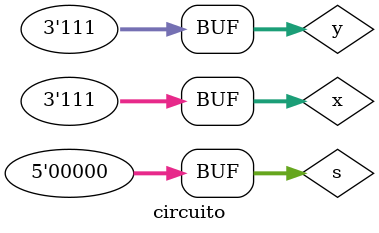
<source format=v>

/**
* Criar circuito
*/
module circuito;
//conexao
wire [4:0] s;
//registradores
reg [2:0] x, y;
reg carry;
//construir circuitos
xor teste1 ( s[0], x[0], y[0] );
xor teste2 ( s[1], x[1], y[1] );
xor teste3 ( s[2], x[2], y[2] );
or  teste4 ( s[3], s[0], s[1] );
or  teste5 ( s[4], s[2], s[3] );
//atribuir valor inicial
initial begin
x = 3'b000;
y = 3'b000;
//terminar initial
end

/**
* Parte principal
*/
initial begin
//Identidicaçao
$display ("Exemplo 0024");
$display ("Autor: Rodolfo Herman - 451612");
$display ("\nTeste LU comparador Diferença\n");
$display ("Saida = 1 - diferentes  |  Saida = 0 - iguais");
//projetar teste dos modulos
$monitor ( "a = %b\t b = %b\t saida = %b", x, y, s[4] );
//mudar
#1 x = 3'b101; y = 3'b100;
//mudar
#1 x = 3'b101; y = 3'b011;
//mudar
#1 x = 3'b101; y = 3'b101;
//mudar
#1 x = 3'b101; y = 3'b111;
//mudar
#1 x = 3'b111; y = 3'b111;
//terminar intial
end
//terminar
endmodule

</source>
